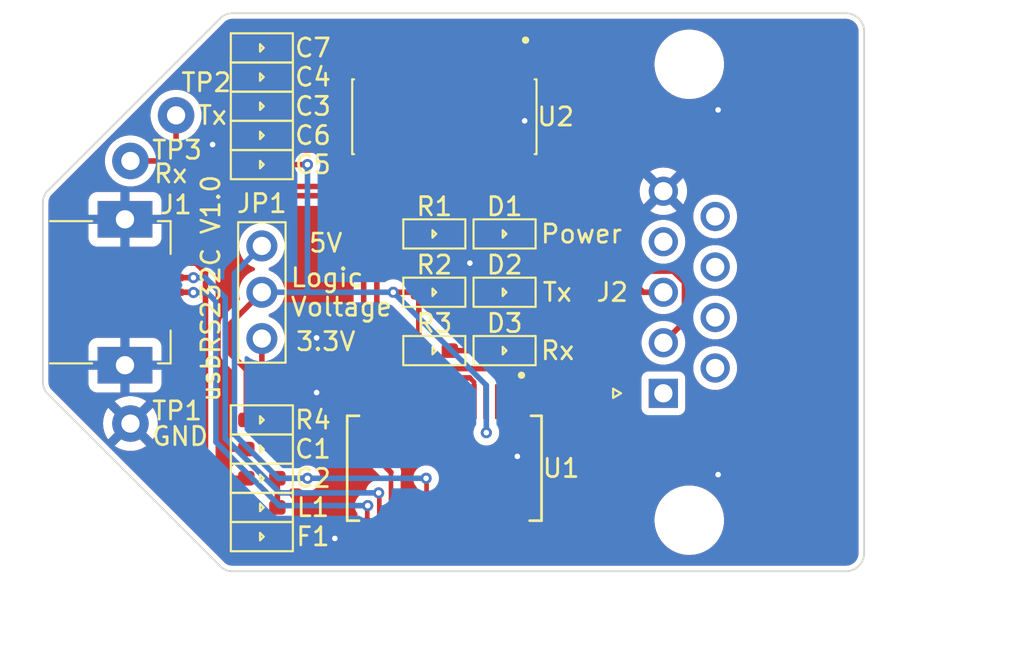
<source format=kicad_pcb>
(kicad_pcb (version 20221018) (generator pcbnew)
  (title_block (title "usbRS232C") (date "2023-03-18") (rev "V1.0") (company "https://github.com/KimiakiK"))
  (layers (0 "F.Cu" signal) (31 "B.Cu" signal) (34 "B.Paste" user) (35 "F.Paste" user) (36 "B.SilkS" user "B.Silkscreen") (37 "F.SilkS" user "F.Silkscreen") (38 "B.Mask" user) (39 "F.Mask" user) (44 "Edge.Cuts" user))
  (net 0 "")
  (net 1 "GND")
  (net 2 "+3.3V")
  (net 3 "+5V")
  (net 4 "Net-(U2-C1+)")
  (net 5 "Net-(U2-C1-)")
  (net 6 "Net-(U2-C2+)")
  (net 7 "Net-(U2-C2-)")
  (net 8 "VCCIO")
  (net 9 "Net-(U2-V+)")
  (net 10 "Net-(U2-V-)")
  (net 11 "Net-(D1-A)")
  (net 12 "TXLED")
  (net 13 "Net-(D2-A)")
  (net 14 "RXLED")
  (net 15 "Net-(D3-A)")
  (net 16 "Net-(F1-Pad1)")
  (net 17 "Net-(J1-VBUS)")
  (net 18 "/USB_DM")
  (net 19 "/USB_D+")
  (net 22 "/RS232C_RXD")
  (net 23 "/RS232C_TXD")
  (net 29 "Net-(U1-CBUS3)")
  (net 30 "/LOGIC_TXD")
  (net 31 "/LOGIC_RXD")
  (footprint "usbRS232C:Jumper_3P" (layer "F.Cu") (at -10 -2.54)
    (fp_text reference "JP1" (at 0 -2.33) (layer "F.SilkS"))
    (fp_text value "VCCIO_Select")
    (pad "1" thru_hole circle (at 0 0) (size 1.7 1.7) (drill 1) (layers "*.Cu" "*.Mask") (net 3 "+5V"))
    (pad "2" thru_hole oval (at 0 2.54) (size 1.7 1.7) (drill 1) (layers "*.Cu" "*.Mask") (net 8 "VCCIO"))
    (pad "3" thru_hole oval (at 0 5.08) (size 1.7 1.7) (drill 1) (layers "*.Cu" "*.Mask") (net 2 "+3.3V"))
  )
  (footprint "usbRS232C:TestPoint_THTPad_2.0x2.0mm_Drill1.0mm" (layer "F.Cu") (at -17.2 7.2)
    (fp_text reference "TP1" (at 1.1 -0.7) (layer "F.SilkS") (effects (justify left)))
    (fp_text value "TestPoint")
    (pad "1" thru_hole circle (at 0 0) (size 2 2) (drill 1) (layers "*.Cu" "*.Mask") (net 1 "GND"))
  )
  (footprint "usbRS232C:1608Metric" (layer "F.Cu") (at -10 -8.6 180)
    (fp_text reference "C6" (at -2.8 0) (layer "F.SilkS"))
    (fp_text value "0.1uF")
    (pad "1" smd roundrect (at -0.85 0 180) (size 0.9 0.8) (layers "F.Cu" "F.Paste" "F.Mask") (net 9 "Net-(U2-V+)"))
    (pad "2" smd roundrect (at 0.85 0 180) (size 0.9 0.8) (layers "F.Cu" "F.Paste" "F.Mask") (net 1 "GND"))
  )
  (footprint "usbRS232C:SSOP-28_5.3x10.2mm_P0.65mm" (layer "F.Cu") (at 0 9.65 -90)
    (fp_text reference "U1" (at 0 -6.4 -180) (layer "F.SilkS"))
    (fp_text value "FT232RL")
    (pad "1" smd rect (at -3.65 -4.225 270) (size 1.9 0.3) (layers "F.Cu" "F.Paste" "F.Mask") (net 30 "/LOGIC_TXD"))
    (pad "2" smd rect (at -3.65 -3.575 270) (size 1.9 0.3) (layers "F.Cu" "F.Paste" "F.Mask"))
    (pad "3" smd rect (at -3.65 -2.925 270) (size 1.9 0.3) (layers "F.Cu" "F.Paste" "F.Mask"))
    (pad "4" smd rect (at -3.65 -2.275 270) (size 1.9 0.3) (layers "F.Cu" "F.Paste" "F.Mask") (net 8 "VCCIO"))
    (pad "5" smd rect (at -3.65 -1.625 270) (size 1.9 0.3) (layers "F.Cu" "F.Paste" "F.Mask") (net 31 "/LOGIC_RXD"))
    (pad "6" smd rect (at -3.65 -0.975 270) (size 1.9 0.3) (layers "F.Cu" "F.Paste" "F.Mask"))
    (pad "7" smd rect (at -3.65 -0.325 270) (size 1.9 0.3) (layers "F.Cu" "F.Paste" "F.Mask") (net 1 "GND"))
    (pad "8" smd rect (at -3.65 0.325 270) (size 1.9 0.3) (layers "F.Cu" "F.Paste" "F.Mask"))
    (pad "9" smd rect (at -3.65 0.975 270) (size 1.9 0.3) (layers "F.Cu" "F.Paste" "F.Mask"))
    (pad "10" smd rect (at -3.65 1.625 270) (size 1.9 0.3) (layers "F.Cu" "F.Paste" "F.Mask"))
    (pad "11" smd rect (at -3.65 2.275 270) (size 1.9 0.3) (layers "F.Cu" "F.Paste" "F.Mask"))
    (pad "12" smd rect (at -3.65 2.925 270) (size 1.9 0.3) (layers "F.Cu" "F.Paste" "F.Mask"))
    (pad "13" smd rect (at -3.65 3.575 270) (size 1.9 0.3) (layers "F.Cu" "F.Paste" "F.Mask"))
    (pad "14" smd rect (at -3.65 4.225 270) (size 1.9 0.3) (layers "F.Cu" "F.Paste" "F.Mask") (net 29 "Net-(U1-CBUS3)"))
    (pad "15" smd rect (at 3.65 4.225 270) (size 1.9 0.3) (layers "F.Cu" "F.Paste" "F.Mask") (net 19 "/USB_D+"))
    (pad "16" smd rect (at 3.65 3.575 270) (size 1.9 0.3) (layers "F.Cu" "F.Paste" "F.Mask") (net 18 "/USB_DM"))
    (pad "17" smd rect (at 3.65 2.925 270) (size 1.9 0.3) (layers "F.Cu" "F.Paste" "F.Mask") (net 2 "+3.3V"))
    (pad "18" smd rect (at 3.65 2.275 270) (size 1.9 0.3) (layers "F.Cu" "F.Paste" "F.Mask") (net 1 "GND"))
    (pad "19" smd rect (at 3.65 1.625 270) (size 1.9 0.3) (layers "F.Cu" "F.Paste" "F.Mask"))
    (pad "20" smd rect (at 3.65 0.975 270) (size 1.9 0.3) (layers "F.Cu" "F.Paste" "F.Mask") (net 3 "+5V"))
    (pad "21" smd rect (at 3.65 0.325 270) (size 1.9 0.3) (layers "F.Cu" "F.Paste" "F.Mask") (net 1 "GND"))
    (pad "22" smd rect (at 3.65 -0.325 270) (size 1.9 0.3) (layers "F.Cu" "F.Paste" "F.Mask") (net 14 "RXLED"))
    (pad "23" smd rect (at 3.65 -0.975 270) (size 1.9 0.3) (layers "F.Cu" "F.Paste" "F.Mask") (net 12 "TXLED"))
    (pad "24" smd rect (at 3.65 -1.625 270) (size 1.9 0.3) (layers "F.Cu" "F.Paste" "F.Mask"))
    (pad "25" smd rect (at 3.65 -2.275 270) (size 1.9 0.3) (layers "F.Cu" "F.Paste" "F.Mask") (net 1 "GND"))
    (pad "26" smd rect (at 3.65 -2.925 270) (size 1.9 0.3) (layers "F.Cu" "F.Paste" "F.Mask") (net 1 "GND"))
    (pad "27" smd rect (at 3.65 -3.575 270) (size 1.9 0.3) (layers "F.Cu" "F.Paste" "F.Mask"))
    (pad "28" smd rect (at 3.65 -4.225 270) (size 1.9 0.3) (layers "F.Cu" "F.Paste" "F.Mask"))
  )
  (footprint "usbRS232C:1608Metric" (layer "F.Cu") (at -10 -11.8 180)
    (fp_text reference "C4" (at -2.8 0) (layer "F.SilkS"))
    (fp_text value "0.1uF")
    (pad "1" smd roundrect (at -0.85 0 180) (size 0.9 0.8) (layers "F.Cu" "F.Paste" "F.Mask") (net 6 "Net-(U2-C2+)"))
    (pad "2" smd roundrect (at 0.85 0 180) (size 0.9 0.8) (layers "F.Cu" "F.Paste" "F.Mask") (net 7 "Net-(U2-C2-)"))
  )
  (footprint "usbRS232C:1608Metric" (layer "F.Cu") (at 3.3 -3.2 180)
    (fp_text reference "D1" (at 0 1.5) (layer "F.SilkS"))
    (fp_text value "POWER_LED")
    (pad "1" smd roundrect (at -0.85 0 180) (size 0.9 0.8) (layers "F.Cu" "F.Paste" "F.Mask") (net 1 "GND"))
    (pad "2" smd roundrect (at 0.85 0 180) (size 0.9 0.8) (layers "F.Cu" "F.Paste" "F.Mask") (net 11 "Net-(D1-A)"))
  )
  (footprint "usbRS232C:Mini USB UX60SC-MB-5ST" (layer "F.Cu") (at -22 0 -90)
    (fp_text reference "J1" (at -4.8 -7.3 -180) (layer "F.SilkS"))
    (fp_text value "USB_B_Mini")
    (pad "1" smd rect (at -1.6 -7 270) (size 0.4 1.4) (layers "F.Cu" "F.Paste" "F.Mask") (net 17 "Net-(J1-VBUS)"))
    (pad "2" smd rect (at -0.8 -7 270) (size 0.4 1.4) (layers "F.Cu" "F.Paste" "F.Mask") (net 18 "/USB_DM"))
    (pad "3" smd rect (at 0 -7 270) (size 0.4 1.4) (layers "F.Cu" "F.Paste" "F.Mask") (net 19 "/USB_D+"))
    (pad "4" smd rect (at 0.8 -7 270) (size 0.4 1.4) (layers "F.Cu" "F.Paste" "F.Mask"))
    (pad "5" smd rect (at 1.6 -7 270) (size 0.4 1.4) (layers "F.Cu" "F.Paste" "F.Mask") (net 1 "GND"))
    (pad "6" thru_hole rect (at -4 -4.5 90) (size 2 3) (drill 1) (layers "*.Cu" "*.Mask") (net 1 "GND"))
    (pad "6" thru_hole rect (at 4 -4.5 90) (size 2 3) (drill 1) (layers "*.Cu" "*.Mask") (net 1 "GND"))
  )
  (footprint "usbRS232C:1608Metric" (layer "F.Cu") (at -0.55 0 180)
    (fp_text reference "R2" (at 0 1.5) (layer "F.SilkS"))
    (fp_text value "R")
    (pad "1" smd roundrect (at -0.85 0 180) (size 0.9 0.8) (layers "F.Cu" "F.Paste" "F.Mask") (net 13 "Net-(D2-A)"))
    (pad "2" smd roundrect (at 0.85 0 180) (size 0.9 0.8) (layers "F.Cu" "F.Paste" "F.Mask") (net 8 "VCCIO"))
  )
  (footprint "usbRS232C:1608Metric" (layer "F.Cu") (at -10 10.2 180)
    (fp_text reference "C2" (at -2.8 0) (layer "F.SilkS"))
    (fp_text value "0.1uF")
    (pad "1" smd roundrect (at -0.85 0 180) (size 0.9 0.8) (layers "F.Cu" "F.Paste" "F.Mask") (net 3 "+5V"))
    (pad "2" smd roundrect (at 0.85 0 180) (size 0.9 0.8) (layers "F.Cu" "F.Paste" "F.Mask") (net 1 "GND"))
  )
  (footprint "usbRS232C:DSUB-9_Male_Horizontal_P2.77x2.84mm_EdgePinOffset7.70mm_Housed_MountingHolesOffset9.12mm" (layer "F.Cu") (at 12 5.54 90)
    (fp_text reference "J2" (at 5.54 -2.8 180) (layer "F.SilkS"))
    (fp_text value "D-Sub 9pin")
    (pad "" np_thru_hole circle (at -6.96 1.42 90) (size 3.2 3.2) (drill 3.2) (layers "*.Cu" "*.Mask"))
    (pad "" np_thru_hole circle (at 18.04 1.42 90) (size 3.2 3.2) (drill 3.2) (layers "*.Cu" "*.Mask"))
    (pad "1" thru_hole rect (at 0 0 90) (size 1.6 1.6) (drill 1) (layers "*.Cu" "*.Mask"))
    (pad "2" thru_hole circle (at 2.77 0 90) (size 1.6 1.6) (drill 1) (layers "*.Cu" "*.Mask") (net 22 "/RS232C_RXD"))
    (pad "3" thru_hole circle (at 5.54 0 90) (size 1.6 1.6) (drill 1) (layers "*.Cu" "*.Mask") (net 23 "/RS232C_TXD"))
    (pad "4" thru_hole circle (at 8.31 0 90) (size 1.6 1.6) (drill 1) (layers "*.Cu" "*.Mask"))
    (pad "5" thru_hole circle (at 11.08 0 90) (size 1.6 1.6) (drill 1) (layers "*.Cu" "*.Mask") (net 1 "GND"))
    (pad "6" thru_hole circle (at 1.385 2.84 90) (size 1.6 1.6) (drill 1) (layers "*.Cu" "*.Mask"))
    (pad "7" thru_hole circle (at 4.155 2.84 90) (size 1.6 1.6) (drill 1) (layers "*.Cu" "*.Mask"))
    (pad "8" thru_hole circle (at 6.925 2.84 90) (size 1.6 1.6) (drill 1) (layers "*.Cu" "*.Mask"))
    (pad "9" thru_hole circle (at 9.695 2.84 90) (size 1.6 1.6) (drill 1) (layers "*.Cu" "*.Mask"))
  )
  (footprint "usbRS232C:1608Metric" (layer "F.Cu") (at -10 13.4 180)
    (fp_text reference "F1" (at -2.8 0) (layer "F.SilkS"))
    (fp_text value "Polyfuse")
    (pad "1" smd roundrect (at -0.85 0 180) (size 0.9 0.8) (layers "F.Cu" "F.Paste" "F.Mask") (net 16 "Net-(F1-Pad1)"))
    (pad "2" smd roundrect (at 0.85 0 180) (size 0.9 0.8) (layers "F.Cu" "F.Paste" "F.Mask") (net 17 "Net-(J1-VBUS)"))
  )
  (footprint "usbRS232C:1608Metric" (layer "F.Cu") (at -10 8.6 180)
    (fp_text reference "C1" (at -2.8 0) (layer "F.SilkS"))
    (fp_text value "0.1uF")
    (pad "1" smd roundrect (at -0.85 0 180) (size 0.9 0.8) (layers "F.Cu" "F.Paste" "F.Mask") (net 2 "+3.3V"))
    (pad "2" smd roundrect (at 0.85 0 180) (size 0.9 0.8) (layers "F.Cu" "F.Paste" "F.Mask") (net 1 "GND"))
  )
  (footprint "usbRS232C:1608Metric" (layer "F.Cu") (at -0.55 3.2 180)
    (fp_text reference "R3" (at 0 1.5) (layer "F.SilkS"))
    (fp_text value "R")
    (pad "1" smd roundrect (at -0.85 0 180) (size 0.9 0.8) (layers "F.Cu" "F.Paste" "F.Mask") (net 15 "Net-(D3-A)"))
    (pad "2" smd roundrect (at 0.85 0 180) (size 0.9 0.8) (layers "F.Cu" "F.Paste" "F.Mask") (net 8 "VCCIO"))
  )
  (footprint "usbRS232C:TestPoint_THTPad_2.0x2.0mm_Drill1.0mm" (layer "F.Cu") (at -17.2 -7.2)
    (fp_text reference "TP3" (at 1.1 -0.6) (layer "F.SilkS") (effects (justify left)))
    (fp_text value "TestPoint")
    (pad "1" thru_hole circle (at 0 0) (size 2 2) (drill 1) (layers "*.Cu" "*.Mask") (net 31 "/LOGIC_RXD"))
  )
  (footprint "usbRS232C:1608Metric" (layer "F.Cu") (at 3.3 0 180)
    (fp_text reference "D2" (at 0 1.5) (layer "F.SilkS"))
    (fp_text value "TX_LED")
    (pad "1" smd roundrect (at -0.85 0 180) (size 0.9 0.8) (layers "F.Cu" "F.Paste" "F.Mask") (net 12 "TXLED"))
    (pad "2" smd roundrect (at 0.85 0 180) (size 0.9 0.8) (layers "F.Cu" "F.Paste" "F.Mask") (net 13 "Net-(D2-A)"))
  )
  (footprint "usbRS232C:1608Metric" (layer "F.Cu") (at -10 -10.2 180)
    (fp_text reference "C3" (at -2.8 0) (layer "F.SilkS"))
    (fp_text value "0.1uF")
    (pad "1" smd roundrect (at -0.85 0 180) (size 0.9 0.8) (layers "F.Cu" "F.Paste" "F.Mask") (net 4 "Net-(U2-C1+)"))
    (pad "2" smd roundrect (at 0.85 0 180) (size 0.9 0.8) (layers "F.Cu" "F.Paste" "F.Mask") (net 5 "Net-(U2-C1-)"))
  )
  (footprint "usbRS232C:1608Metric" (layer "F.Cu") (at -10 7 180)
    (fp_text reference "R4" (at -2.8 0) (layer "F.SilkS"))
    (fp_text value "10k")
    (pad "1" smd roundrect (at -0.85 0 180) (size 0.9 0.8) (layers "F.Cu" "F.Paste" "F.Mask") (net 29 "Net-(U1-CBUS3)"))
    (pad "2" smd roundrect (at 0.85 0 180) (size 0.9 0.8) (layers "F.Cu" "F.Paste" "F.Mask") (net 8 "VCCIO"))
  )
  (footprint "usbRS232C:TestPoint_THTPad_2.0x2.0mm_Drill1.0mm" (layer "F.Cu") (at -14.7 -9.7)
    (fp_text reference "TP2" (at 0.2 -1.8) (layer "F.SilkS") (effects (justify left)))
    (fp_text value "TestPoint")
    (pad "1" thru_hole circle (at 0 0) (size 2 2) (drill 1) (layers "*.Cu" "*.Mask") (net 30 "/LOGIC_TXD"))
  )
  (footprint "usbRS232C:1608Metric" (layer "F.Cu") (at -10 -13.4 180)
    (fp_text reference "C7" (at -2.8 0) (layer "F.SilkS"))
    (fp_text value "0.1uF")
    (pad "1" smd roundrect (at -0.85 0 180) (size 0.9 0.8) (layers "F.Cu" "F.Paste" "F.Mask") (net 10 "Net-(U2-V-)"))
    (pad "2" smd roundrect (at 0.85 0 180) (size 0.9 0.8) (layers "F.Cu" "F.Paste" "F.Mask") (net 1 "GND"))
  )
  (footprint "usbRS232C:SOIC-16_3.9x9.9mm_P1.27mm" (layer "F.Cu") (at 0 -9.625 -90)
    (fp_text reference "U2" (at 0 -6.1 -180) (layer "F.SilkS"))
    (fp_text value "ADM3202")
    (pad "1" smd rect (at -2.8 -4.445 270) (size 1.7 0.45) (layers "F.Cu" "F.Paste" "F.Mask") (net 4 "Net-(U2-C1+)"))
    (pad "2" smd rect (at -2.8 -3.175 270) (size 1.7 0.45) (layers "F.Cu" "F.Paste" "F.Mask") (net 9 "Net-(U2-V+)"))
    (pad "3" smd rect (at -2.8 -1.905 270) (size 1.7 0.45) (layers "F.Cu" "F.Paste" "F.Mask") (net 5 "Net-(U2-C1-)"))
    (pad "4" smd rect (at -2.8 -0.635 270) (size 1.7 0.45) (layers "F.Cu" "F.Paste" "F.Mask") (net 6 "Net-(U2-C2+)"))
    (pad "5" smd rect (at -2.8 0.635 270) (size 1.7 0.45) (layers "F.Cu" "F.Paste" "F.Mask") (net 7 "Net-(U2-C2-)"))
    (pad "6" smd rect (at -2.8 1.905 270) (size 1.7 0.45) (layers "F.Cu" "F.Paste" "F.Mask") (net 10 "Net-(U2-V-)"))
    (pad "7" smd rect (at -2.8 3.175 270) (size 1.7 0.45) (layers "F.Cu" "F.Paste" "F.Mask") (net 23 "/RS232C_TXD"))
    (pad "8" smd rect (at -2.8 4.445 270) (size 1.7 0.45) (layers "F.Cu" "F.Paste" "F.Mask") (net 22 "/RS232C_RXD"))
    (pad "9" smd rect (at 2.8 4.42 270) (size 1.7 0.45) (layers "F.Cu" "F.Paste" "F.Mask") (net 31 "/LOGIC_RXD"))
    (pad "10" smd rect (at 2.8 3.15 270) (size 1.7 0.45) (layers "F.Cu" "F.Paste" "F.Mask") (net 30 "/LOGIC_TXD"))
    (pad "11" smd rect (at 2.8 1.88 270) (size 1.7 0.45) (layers "F.Cu" "F.Paste" "F.Mask"))
    (pad "12" smd rect (at 2.8 0.61 270) (size 1.7 0.45) (layers "F.Cu" "F.Paste" "F.Mask"))
    (pad "13" smd rect (at 2.8 -0.66 270) (size 1.7 0.45) (layers "F.Cu" "F.Paste" "F.Mask"))
    (pad "14" smd rect (at 2.8 -1.93 270) (size 1.7 0.45) (layers "F.Cu" "F.Paste" "F.Mask"))
    (pad "15" smd rect (at 2.8 -3.2 270) (size 1.7 0.45) (layers "F.Cu" "F.Paste" "F.Mask") (net 1 "GND"))
    (pad "16" smd rect (at 2.8 -4.47 270) (size 1.7 0.45) (layers "F.Cu" "F.Paste" "F.Mask") (net 8 "VCCIO"))
  )
  (footprint "usbRS232C:1608Metric" (layer "F.Cu") (at -0.55 -3.2 180)
    (fp_text reference "R1" (at 0 1.5) (layer "F.SilkS"))
    (fp_text value "R")
    (pad "1" smd roundrect (at -0.85 0 180) (size 0.9 0.8) (layers "F.Cu" "F.Paste" "F.Mask") (net 11 "Net-(D1-A)"))
    (pad "2" smd roundrect (at 0.85 0 180) (size 0.9 0.8) (layers "F.Cu" "F.Paste" "F.Mask") (net 8 "VCCIO"))
  )
  (footprint "usbRS232C:1608Metric" (layer "F.Cu") (at 3.3 3.2 180)
    (fp_text reference "D3" (at 0 1.5) (layer "F.SilkS"))
    (fp_text value "RX_LED")
    (pad "1" smd roundrect (at -0.85 0 180) (size 0.9 0.8) (layers "F.Cu" "F.Paste" "F.Mask") (net 14 "RXLED"))
    (pad "2" smd roundrect (at 0.85 0 180) (size 0.9 0.8) (layers "F.Cu" "F.Paste" "F.Mask") (net 15 "Net-(D3-A)"))
  )
  (footprint "usbRS232C:1608Metric" (layer "F.Cu") (at -10 11.8 180)
    (fp_text reference "L1" (at -2.8 0) (layer "F.SilkS"))
    (fp_text value "FerriteBead")
    (pad "1" smd roundrect (at -0.85 0 180) (size 0.9 0.8) (layers "F.Cu" "F.Paste" "F.Mask") (net 3 "+5V"))
    (pad "2" smd roundrect (at 0.85 0 180) (size 0.9 0.8) (layers "F.Cu" "F.Paste" "F.Mask") (net 16 "Net-(F1-Pad1)"))
  )
  (footprint "usbRS232C:1608Metric" (layer "F.Cu") (at -10 -7 180)
    (fp_text reference "C5" (at -2.8 0) (layer "F.SilkS"))
    (fp_text value "0.1uF")
    (pad "1" smd roundrect (at -0.85 0 180) (size 0.9 0.8) (layers "F.Cu" "F.Paste" "F.Mask") (net 8 "VCCIO"))
    (pad "2" smd roundrect (at 0.85 0 180) (size 0.9 0.8) (layers "F.Cu" "F.Paste" "F.Mask") (net 1 "GND"))
  )
  (gr_line (start 22 15.3) (end -11.6 15.3) (stroke (width 0.1)) (layer "Edge.Cuts"))
  (gr_line (start -22 -4.9) (end -22 4.9) (stroke (width 0.1)) (layer "Edge.Cuts"))
  (gr_line (start 22 -15.3) (end -11.6 -15.3) (stroke (width 0.1)) (layer "Edge.Cuts"))
  (gr_line (start -21.8 5.5) (end -12.2 15.1) (stroke (width 0.1)) (layer "Edge.Cuts"))
  (gr_arc (start -11.6 15.3) (mid -11.916228 15.248683) (end -12.2 15.1) (stroke (width 0.1)) (layer "Edge.Cuts"))
  (gr_arc (start -21.8 5.5) (mid -21.948683 5.216228) (end -22 4.9) (stroke (width 0.1)) (layer "Edge.Cuts"))
  (gr_arc (start -22 -4.9) (mid -21.948683 -5.216228) (end -21.8 -5.5) (stroke (width 0.1)) (layer "Edge.Cuts"))
  (gr_line (start 23 -14.3) (end 23 14.3) (stroke (width 0.1)) (layer "Edge.Cuts"))
  (gr_arc (start 23 14.3) (mid 22.707107 15.007107) (end 22 15.3) (stroke (width 0.1)) (layer "Edge.Cuts"))
  (gr_arc (start -12.2 -15.1) (mid -11.916228 -15.248683) (end -11.6 -15.3) (stroke (width 0.1)) (layer "Edge.Cuts"))
  (gr_line (start -21.8 -5.5) (end -12.2 -15.1) (stroke (width 0.1)) (layer "Edge.Cuts"))
  (gr_arc (start 22 -15.3) (mid 22.707107 -15.007107) (end 23 -14.3) (stroke (width 0.1)) (layer "Edge.Cuts"))
  (gr_text "Rx" (at -16 -6.5) (layer "F.SilkS") (effects (font (size 1 1)) (justify left)))
  (gr_text "Logic\nVoltage" (at -8.5 0) (layer "F.SilkS") (effects (font (size 1 1)) (justify left)))
  (gr_text "3.3V" (at -6.5 2.7) (layer "F.SilkS") (effects (font (size 1 1))))
  (gr_text "GND" (at -16.1 7.9) (layer "F.SilkS") (effects (font (size 1 1)) (justify left)))
  (gr_text "5V" (at -6.5 -2.7) (layer "F.SilkS") (effects (font (size 1 1))))
  (gr_text "Tx" (at -13.6 -9.7) (layer "F.SilkS") (effects (font (size 1 1)) (justify left)))
  (gr_text "Rx" (at 5.2 3.2) (layer "F.SilkS") (effects (font (size 1 1)) (justify left)))
  (gr_text "Tx" (at 5.3 0) (layer "F.SilkS") (effects (font (size 1 1)) (justify left)))
  (gr_text "usbRS232C V1.0" (at -12.8 6.1 90) (layer "F.SilkS") (effects (font (size 1 1)) (justify left)))
  (gr_text "Power" (at 5.2 -3.2) (layer "F.SilkS") (effects (font (size 1 1)) (justify left)))
  (segment (start -13.8 1.9) (end -13.8 2.25) (width 0.3048) (layer "F.Cu") (net 1))
  (segment (start -10.85 -8.6) (end -12.1 -8.6) (width 0.3048) (layer "F.Cu") (net 1))
  (segment (start 4.15 -3.2) (end 5.35 -3.2) (width 0.3048) (layer "F.Cu") (net 1))
  (segment (start -0.325 13.3) (end -0.325 14.75) (width 0.254) (layer "F.Cu") (net 1))
  (segment (start -4.725 14.75) (end -2.275 14.75) (width 0.254) (layer "F.Cu") (net 1))
  (segment (start -14.1 1.6) (end -13.8 1.9) (width 0.3048) (layer "F.Cu") (net 1))
  (segment (start 2.275 13.3) (end 2.275 14.75) (width 0.254) (layer "F.Cu") (net 1))
  (segment (start -2.275 13.3) (end -2.275 14.75) (width 0.254) (layer "F.Cu") (net 1))
  (segment (start -2.275 14.75) (end 4.825 14.75) (width 0.254) (layer "F.Cu") (net 1))
  (segment (start -10.85 -13.4) (end -12.1 -13.4) (width 0.3048) (layer "F.Cu") (net 1))
  (segment (start -10.85 8.6) (end -12.025 8.6) (width 0.3048) (layer "F.Cu") (net 1))
  (segment (start -15 1.6) (end -14.1 1.6) (width 0.3048) (layer "F.Cu") (net 1))
  (segment (start 3.2 -6.825) (end 3.2 -8.45) (width 0.3048) (layer "F.Cu") (net 1))
  (segment (start -10.85 -7) (end -12.1 -7) (width 0.3048) (layer "F.Cu") (net 1))
  (segment (start 2.925 13.3) (end 2.925 14.75) (width 0.254) (layer "F.Cu") (net 1))
  (segment (start 0.325 6) (end 0.325 7.5) (width 0.254) (layer "F.Cu") (net 1))
  (segment (start -10.85 10.2) (end -12.025 10.2) (width 0.3048) (layer "F.Cu") (net 1))
  (via (at 4 9) (size 0.6096) (drill 0.3048) (layers "F.Cu" "B.Cu") (net 1))
  (via (at 15 10) (size 0.6096) (drill 0.3048) (layers "F.Cu" "B.Cu") (net 1))
  (via (at 15 -10) (size 0.6096) (drill 0.3048) (layers "F.Cu" "B.Cu") (net 1))
  (via (at -7 5.5) (size 0.6096) (drill 0.3048) (layers "F.Cu" "B.Cu") (net 1))
  (via (at 1.4 -1.6) (size 0.6096) (drill 0.3048) (layers "F.Cu" "B.Cu") (net 1))
  (via (at -6 13.5) (size 0.6096) (drill 0.3048) (layers "F.Cu" "B.Cu") (net 1))
  (via (at -7 2.5) (size 0.6096) (drill 0.3048) (layers "F.Cu" "B.Cu") (net 1))
  (via (at 4.4 -9.4) (size 0.6096) (drill 0.3048) (layers "F.Cu" "B.Cu") (net 1))
  (via (at -12.7 -8.1) (size 0.6096) (drill 0.3048) (layers "F.Cu" "B.Cu") (net 1))
  (segment (start -2.925 13.3) (end -2.925 9.875) (width 0.254) (layer "F.Cu") (net 2))
  (segment (start -9.15 8.6) (end -9.7 8.6) (width 0.3048) (layer "F.Cu") (net 2))
  (segment (start -4.2 8.6) (end -2.925 9.875) (width 0.3048) (layer "F.Cu") (net 2))
  (segment (start -9.7 8.6) (end -10 8.3) (width 0.3048) (layer "F.Cu") (net 2))
  (segment (start -9.15 8.6) (end -4.2 8.6) (width 0.3048) (layer "F.Cu") (net 2))
  (segment (start -10 8.3) (end -10 2.54) (width 0.3048) (layer "F.Cu") (net 2))
  (segment (start -0.975 10.225) (end -1 10.2) (width 0.254) (layer "F.Cu") (net 3))
  (segment (start -9.15 11.8) (end -9.15 10.2) (width 0.3048) (layer "F.Cu") (net 3))
  (segment (start -9.15 10.2) (end -7.5 10.2) (width 0.3048) (layer "F.Cu") (net 3))
  (segment (start -0.975 13.3) (end -0.975 10.225) (width 0.254) (layer "F.Cu") (net 3))
  (via (at -7.5 10.2) (size 0.6096) (drill 0.3048) (layers "F.Cu" "B.Cu") (net 3))
  (via (at -1 10.2) (size 0.6096) (drill 0.3048) (layers "F.Cu" "B.Cu") (net 3))
  (segment (start -9.1 10.2) (end -7.5 10.2) (width 0.3048) (layer "B.Cu") (net 3))
  (segment (start -7.5 10.2) (end -1 10.2) (width 0.3048) (layer "B.Cu") (net 3))
  (segment (start -11.5 -1.04) (end -11.5 7.8) (width 0.3048) (layer "B.Cu") (net 3))
  (segment (start -10 -2.54) (end -11.5 -1.04) (width 0.3048) (layer "B.Cu") (net 3))
  (segment (start -11.5 7.8) (end -9.1 10.2) (width 0.3048) (layer "B.Cu") (net 3))
  (segment (start -9.585737 -9.4) (end -9.9556 -9.030137) (width 0.3048) (layer "F.Cu") (net 4))
  (segment (start -9.585737 -7.8) (end -6.58158 -7.8) (width 0.3048) (layer "F.Cu") (net 4))
  (segment (start -6.58158 -7.8) (end -5.78958 -8.592) (width 0.3048) (layer "F.Cu") (net 4))
  (segment (start -9.4 -9.4) (end -9.585737 -9.4) (width 0.3048) (layer "F.Cu") (net 4))
  (segment (start -5.78958 -8.592) (end 1.892 -8.592) (width 0.3048) (layer "F.Cu") (net 4))
  (segment (start 1.892 -8.592) (end 4.445 -11.145) (width 0.3048) (layer "F.Cu") (net 4))
  (segment (start -9.9556 -9.030137) (end -9.9556 -8.169863) (width 0.3048) (layer "F.Cu") (net 4))
  (segment (start -9.15 -10.2) (end -9.15 -9.65) (width 0.3048) (layer "F.Cu") (net 4))
  (segment (start -9.9556 -8.169863) (end -9.585737 -7.8) (width 0.3048) (layer "F.Cu") (net 4))
  (segment (start -9.15 -9.65) (end -9.4 -9.4) (width 0.3048) (layer "F.Cu") (net 4))
  (segment (start 4.445 -11.145) (end 4.445 -12.425) (width 0.3048) (layer "F.Cu") (net 4))
  (segment (start 0.276 -9.676) (end 1.905 -11.305) (width 0.3048) (layer "F.Cu") (net 5))
  (segment (start -10.85 -10.75) (end -10.6 -11) (width 0.3048) (layer "F.Cu") (net 5))
  (segment (start -10.85 -10.2) (end -10.85 -10.75) (width 0.3048) (layer "F.Cu") (net 5))
  (segment (start 1.905 -11.305) (end 1.905 -12.425) (width 0.3048) (layer "F.Cu") (net 5))
  (segment (start -10.6 -11) (end -6.96146 -11) (width 0.3048) (layer "F.Cu") (net 5))
  (segment (start -6.96146 -11) (end -5.63746 -9.676) (width 0.3048) (layer "F.Cu") (net 5))
  (segment (start -5.63746 -9.676) (end 0.276 -9.676) (width 0.3048) (layer "F.Cu") (net 5))
  (segment (start -0.316 -10.184) (end 0.635 -11.135) (width 0.3048) (layer "F.Cu") (net 6))
  (segment (start -7.04304 -11.8) (end -5.42704 -10.184) (width 0.3048) (layer "F.Cu") (net 6))
  (segment (start -5.42704 -10.184) (end -0.316 -10.184) (width 0.3048) (layer "F.Cu") (net 6))
  (segment (start -9.15 -11.8) (end -7.04304 -11.8) (width 0.3048) (layer "F.Cu") (net 6))
  (segment (start 0.635 -11.135) (end 0.635 -12.425) (width 0.3048) (layer "F.Cu") (net 6))
  (segment (start -7.16902 -12.6444) (end -5.21662 -10.692) (width 0.3048) (layer "F.Cu") (net 7))
  (segment (start -10.85 -12.35) (end -10.5556 -12.6444) (width 0.3048) (layer "F.Cu") (net 7))
  (segment (start -5.21662 -10.692) (end -1.108 -10.692) (width 0.3048) (layer "F.Cu") (net 7))
  (segment (start -10.85 -11.8) (end -10.85 -12.35) (width 0.3048) (layer "F.Cu") (net 7))
  (segment (start -1.108 -10.692) (end -0.635 -11.165) (width 0.3048) (layer "F.Cu") (net 7))
  (segment (start -10.5556 -12.6444) (end -7.16902 -12.6444) (width 0.3048) (layer "F.Cu") (net 7))
  (segment (start -0.635 -11.165) (end -0.635 -12.425) (width 0.3048) (layer "F.Cu") (net 7))
  (segment (start -10.85 4.25) (end -11.7 3.4) (width 0.3048) (layer "F.Cu") (net 8))
  (segment (start -9.15 -7) (end -7.5 -7) (width 0.3048) (layer "F.Cu") (net 8))
  (segment (start -11.7 1.7) (end -10 0) (width 0.3048) (layer "F.Cu") (net 8))
  (segment (start -1.4 0) (end -2.8 0) (width 0.3048) (layer "F.Cu") (net 8))
  (segment (start -0.7 -4.9) (end -1.4 -4.2) (width 0.3048) (layer "F.Cu") (net 8))
  (segment (start 4.47 -6.825) (end 4.47 -5.47) (width 0.3048) (layer "F.Cu") (net 8))
  (segment (start 3.9 -4.9) (end -0.7 -4.9) (width 0.3048) (layer "F.Cu") (net 8))
  (segment (start -11.7 3.4) (end -11.7 1.7) (width 0.3048) (layer "F.Cu") (net 8))
  (segment (start -1.4 -4.2) (end -1.4 -3.2) (width 0.3048) (layer "F.Cu") (net 8))
  (segment (start -10.85 7) (end -10.85 4.25) (width 0.3048) (layer "F.Cu") (net 8))
  (segment (start 2.275 7.675) (end 2.3 7.7) (width 0.254) (layer "F.Cu") (net 8))
  (segment (start 2.275 6) (end 2.275 7.675) (width 0.254) (layer "F.Cu") (net 8))
  (segment (start -1.4 -3.2) (end -1.4 3.2) (width 0.3048) (layer "F.Cu") (net 8))
  (segment (start 4.47 -5.47) (end 3.9 -4.9) (width 0.3048) (layer "F.Cu") (net 8))
  (via (at -2.8 0) (size 0.6096) (drill 0.3048) (layers "F.Cu" "B.Cu") (net 8))
  (via (at -7.5 -7) (size 0.6096) (drill 0.3048) (layers "F.Cu" "B.Cu") (net 8))
  (via (at 2.3 7.7) (size 0.6096) (drill 0.3048) (layers "F.Cu" "B.Cu") (net 8))
  (segment (start -10 0) (end -7.5 0) (width 0.3048) (layer "B.Cu") (net 8))
  (segment (start -7.5 -7) (end -7.5 0) (width 0.3048) (layer "B.Cu") (net 8))
  (segment (start -7.5 0) (end -2.8 0) (width 0.3048) (layer "B.Cu") (net 8))
  (segment (start 2.3 5.1) (end 2.3 7.7) (width 0.3048) (layer "B.Cu") (net 8))
  (segment (start -2.8 0) (end 2.3 5.1) (width 0.3048) (layer "B.Cu") (net 8))
  (segment (start -6 -9.1) (end 1.1 -9.1) (width 0.3048) (layer "F.Cu") (net 9))
  (segment (start -6.5 -8.6) (end -6 -9.1) (width 0.3048) (layer "F.Cu") (net 9))
  (segment (start 3.175 -11.175) (end 3.175 -12.425) (width 0.3048) (layer "F.Cu") (net 9))
  (segment (start 1.1 -9.1) (end 3.175 -11.175) (width 0.3048) (layer "F.Cu") (net 9))
  (segment (start -9.15 -8.6) (end -6.5 -8.6) (width 0.3048) (layer "F.Cu") (net 9))
  (segment (start -7.2062 -13.4) (end -5.0062 -11.2) (width 0.3048) (layer "F.Cu") (net 10))
  (segment (start -2.1 -11.2) (end -1.905 -11.395) (width 0.3048) (layer "F.Cu") (net 10))
  (segment (start -1.905 -11.395) (end -1.905 -12.425) (width 0.3048) (layer "F.Cu") (net 10))
  (segment (start -5.0062 -11.2) (end -2.1 -11.2) (width 0.3048) (layer "F.Cu") (net 10))
  (segment (start -9.15 -13.4) (end -7.2062 -13.4) (width 0.3048) (layer "F.Cu") (net 10))
  (segment (start 0.3 -3.2) (end 2.45 -3.2) (width 0.3048) (layer "F.Cu") (net 11))
  (segment (start 5.4 0) (end 4.15 0) (width 0.3048) (layer "F.Cu") (net 12))
  (segment (start 5.808 0.408) (end 5.4 0) (width 0.3048) (layer "F.Cu") (net 12))
  (segment (start 1.21042 11.108) (end 5.01042 11.108) (width 0.3048) (layer "F.Cu") (net 12))
  (segment (start 0.975 13.3) (end 0.975 11.34342) (width 0.254) (layer "F.Cu") (net 12))
  (segment (start 0.975 11.34342) (end 1.21042 11.108) (width 0.3048) (layer "F.Cu") (net 12))
  (segment (start 5.01042 11.108) (end 5.808 10.31042) (width 0.3048) (layer "F.Cu") (net 12))
  (segment (start 5.808 10.31042) (end 5.808 0.408) (width 0.3048) (layer "F.Cu") (net 12))
  (segment (start 0.3 0) (end 2.45 0) (width 0.3048) (layer "F.Cu") (net 13))
  (segment (start 5.3 10.1) (end 4.8 10.6) (width 0.3048) (layer "F.Cu") (net 14))
  (segment (start 4.8 10.6) (end 1 10.6) (width 0.3048) (layer "F.Cu") (net 14))
  (segment (start 5.3 3.5) (end 5.3 10.1) (width 0.3048) (layer "F.Cu") (net 14))
  (segment (start 0.325 13.3) (end 0.325 11.275) (width 0.254) (layer "F.Cu") (net 14))
  (segment (start 1 10.6) (end 0.325 11.275) (width 0.3048) (layer "F.Cu") (net 14))
  (segment (start 4.15 3.2) (end 5 3.2) (width 0.3048) (layer "F.Cu") (net 14))
  (segment (start 5 3.2) (end 5.3 3.5) (width 0.3048) (layer "F.Cu") (net 14))
  (segment (start 2.45 3.2) (end 0.3 3.2) (width 0.3048) (layer "F.Cu") (net 15))
  (segment (start -9.15 13.4) (end -9.15 12.75) (width 0.3048) (layer "F.Cu") (net 16))
  (segment (start -10.7 12.6) (end -9.3 12.6) (width 0.3048) (layer "F.Cu") (net 16))
  (segment (start -10.85 12.45) (end -10.7 12.6) (width 0.3048) (layer "F.Cu") (net 16))
  (segment (start -9.15 12.75) (end -9.3 12.6) (width 0.3048) (layer "F.Cu") (net 16))
  (segment (start -10.85 11.8) (end -10.85 12.45) (width 0.3048) (layer "F.Cu") (net 16))
  (segment (start -11.65 13.4) (end -10.85 13.4) (width 0.3048) (layer "F.Cu") (net 17))
  (segment (start -13.1 11.95) (end -11.65 13.4) (width 0.3048) (layer "F.Cu") (net 17))
  (segment (start -13.0896 10.2896) (end -13.1 10.3) (width 0.3048) (layer "F.Cu") (net 17))
  (segment (start -13.0896 -1.073547) (end -13.0896 10.2896) (width 0.3048) (layer "F.Cu") (net 17))
  (segment (start -13.616053 -1.6) (end -13.0896 -1.073547) (width 0.3048) (layer "F.Cu") (net 17))
  (segment (start -15 -1.6) (end -13.616053 -1.6) (width 0.3048) (layer "F.Cu") (net 17))
  (segment (start -13.1 10.3) (end -13.1 11.95) (width 0.3048) (layer "F.Cu") (net 17))
  (segment (start -3.565 11.035) (end -3.6 11) (width 0.254) (layer "F.Cu") (net 18))
  (segment (start -3.565 13.29) (end -3.565 11.035) (width 0.254) (layer "F.Cu") (net 18))
  (segment (start -3.575 13.3) (end -3.565 13.29) (width 0.254) (layer "F.Cu") (net 18))
  (segment (start -15 -0.8) (end -13.75 -0.8) (width 0.3048) (layer "F.Cu") (net 18))
  (via (at -13.75 -0.8) (size 0.6096) (drill 0.3048) (layers "F.Cu" "B.Cu") (net 18))
  (via (at -3.6 11) (size 0.6096) (drill 0.3048) (layers "F.Cu" "B.Cu") (net 18))
  (segment (start -13.1 -0.8) (end -12.007999 0.292001) (width 0.3048) (layer "B.Cu") (net 18))
  (segment (start -9.01842 11) (end -3.6 11) (width 0.3048) (layer "B.Cu") (net 18))
  (segment (start -12.007999 0.292001) (end -12.007999 8.010421) (width 0.3048) (layer "B.Cu") (net 18))
  (segment (start -12.007999 8.010421) (end -9.01842 11) (width 0.3048) (layer "B.Cu") (net 18))
  (segment (start -13.75 -0.8) (end -13.1 -0.8) (width 0.3048) (layer "B.Cu") (net 18))
  (segment (start -13.762303 0) (end -13.75 0.012303) (width 0.3048) (layer "F.Cu") (net 19))
  (segment (start -4.225 11.725) (end -4.2 11.7) (width 0.254) (layer "F.Cu") (net 19))
  (segment (start -4.225 13.3) (end -4.225 11.725) (width 0.254) (layer "F.Cu") (net 19))
  (segment (start -15 0) (end -13.762303 0) (width 0.3048) (layer "F.Cu") (net 19))
  (via (at -4.2 11.7) (size 0.6096) (drill 0.3048) (layers "F.Cu" "B.Cu") (net 19))
  (via (at -13.75 0.012303) (size 0.6096) (drill 0.3048) (layers "F.Cu" "B.Cu") (net 19))
  (segment (start -12.515999 8.220841) (end -9.03684 11.7) (width 0.3048) (layer "B.Cu") (net 19))
  (segment (start -9.03684 11.7) (end -4.2 11.7) (width 0.3048) (layer "B.Cu") (net 19))
  (segment (start -12.515999 0.502421) (end -12.515999 8.220841) (width 0.3048) (layer "B.Cu") (net 19))
  (segment (start -13.75 0.012303) (end -13.006117 0.012303) (width 0.3048) (layer "B.Cu") (net 19))
  (segment (start -13.006117 0.012303) (end -12.515999 0.502421) (width 0.3048) (layer "B.Cu") (net 19))
  (segment (start 5.079821 -14.138599) (end 9.208 -10.01042) (width 0.3048) (layer "F.Cu") (net 22))
  (segment (start 10.46282 -1.1556) (end 12.5444 -1.1556) (width 0.3048) (layer "F.Cu") (net 22))
  (segment (start 9.208 -10.01042) (end 9.208 -2.41042) (width 0.3048) (layer "F.Cu") (net 22))
  (segment (start -4.445 -12.425) (end -4.445 -13.455) (width 0.3048) (layer "F.Cu") (net 22))
  (segment (start 9.208 -2.41042) (end 10.46282 -1.1556) (width 0.3048) (layer "F.Cu") (net 22))
  (segment (start 12.5444 -1.1556) (end 13.1556 -0.5444) (width 0.3048) (layer "F.Cu") (net 22))
  (segment (start 13.1556 -0.5444) (end 13.1556 1.6144) (width 0.3048) (layer "F.Cu") (net 22))
  (segment (start -3.761401 -14.138599) (end 5.079821 -14.138599) (width 0.3048) (layer "F.Cu") (net 22))
  (segment (start 13.1556 1.6144) (end 12 2.77) (width 0.3048) (layer "F.Cu") (net 22))
  (segment (start -4.445 -13.455) (end -3.761401 -14.138599) (width 0.3048) (layer "F.Cu") (net 22))
  (segment (start 8.7 -9.8) (end 8.7 -2.2) (width 0.3048) (layer "F.Cu") (net 23))
  (segment (start 10.9 0) (end 12 0) (width 0.3048) (layer "F.Cu") (net 23))
  (segment (start -3.175 -12.425) (end -3.175 -13.425) (width 0.3048) (layer "F.Cu") (net 23))
  (segment (start 4.8694 -13.6306) (end 8.7 -9.8) (width 0.3048) (layer "F.Cu") (net 23))
  (segment (start 8.7 -2.2) (end 10.9 0) (width 0.3048) (layer "F.Cu") (net 23))
  (segment (start -2.9694 -13.6306) (end 4.8694 -13.6306) (width 0.3048) (layer "F.Cu") (net 23))
  (segment (start -3.175 -13.425) (end -2.9694 -13.6306) (width 0.3048) (layer "F.Cu") (net 23))
  (segment (start -4.225 6) (end -4.225 4.775) (width 0.254) (layer "F.Cu") (net 29))
  (segment (start -7.8 4.3) (end -4.7 4.3) (width 0.3048) (layer "F.Cu") (net 29))
  (segment (start -9.15 7) (end -9.15 5.65) (width 0.3048) (layer "F.Cu") (net 29))
  (segment (start -9.15 5.65) (end -7.8 4.3) (width 0.3048) (layer "F.Cu") (net 29))
  (segment (start -4.7 4.3) (end -4.225 4.775) (width 0.3048) (layer "F.Cu") (net 29))
  (segment (start -5.1 -5.8) (end -12.214213 -5.8) (width 0.3048) (layer "F.Cu") (net 30))
  (segment (start -3.15 -6.825) (end -3.15 -7.9798) (width 0.3048) (layer "F.Cu") (net 30))
  (segment (start -3.15 -5.45) (end -3.15 -6.825) (width 0.3048) (layer "F.Cu") (net 30))
  (segment (start -3.7 3) (end -3.7 -4.9) (width 0.3048) (layer "F.Cu") (net 30))
  (segment (start -12.214213 -5.8) (end -14.7 -8.285787) (width 0.3048) (layer "F.Cu") (net 30))
  (segment (start -5.1 -7.9312) (end -5.1 -5.8) (width 0.3048) (layer "F.Cu") (net 30))
  (segment (start -14.7 -8.285787) (end -14.7 -9.7) (width 0.3048) (layer "F.Cu") (net 30))
  (segment (start -3.2542 -8.084) (end -4.9472 -8.084) (width 0.3048) (layer "F.Cu") (net 30))
  (segment (start -3.7 -4.9) (end -3.15 -5.45) (width 0.3048) (layer "F.Cu") (net 30))
  (segment (start 4.225 6) (end 4.225 4.7452) (width 0.254) (layer "F.Cu") (net 30))
  (segment (start -3.15 -7.9798) (end -3.2542 -8.084) (width 0.3048) (layer "F.Cu") (net 30))
  (segment (start -4.9472 -8.084) (end -5.1 -7.9312) (width 0.3048) (layer "F.Cu") (net 30))
  (segment (start 4.225 4.7452) (end 3.6662 4.1864) (width 0.254) (layer "F.Cu") (net 30))
  (segment (start 3.6662 4.1864) (end -2.5136 4.1864) (width 0.3048) (layer "F.Cu") (net 30))
  (segment (start -2.5136 4.1864) (end -3.7 3) (width 0.3048) (layer "F.Cu") (net 30))
  (segment (start -2.724021 4.694399) (end -4.42 2.99842) (width 0.3048) (layer "F.Cu") (net 31))
  (segment (start -4.42 -6.825) (end -4.42 -5.6702) (width 0.3048) (layer "F.Cu") (net 31))
  (segment (start -4.42 -5.2) (end -4.512 -5.292) (width 0.3048) (layer "F.Cu") (net 31))
  (segment (start -4.42 2.99842) (end -4.42 -5.6702) (width 0.3048) (layer "F.Cu") (net 31))
  (segment (start -13.292 -5.292) (end -15.2 -7.2) (width 0.3048) (layer "F.Cu") (net 31))
  (segment (start -4.42 -5.6702) (end -4.42 -5.2) (width 0.3048) (layer "F.Cu") (net 31))
  (segment (start -4.512 -5.292) (end -13.292 -5.292) (width 0.3048) (layer "F.Cu") (net 31))
  (segment (start 1.3944 4.6944) (end -2.724021 4.694399) (width 0.3048) (layer "F.Cu") (net 31))
  (segment (start -15.2 -7.2) (end -17.2 -7.2) (width 0.3048) (layer "F.Cu") (net 31))
  (segment (start 1.625 6) (end 1.625 4.925) (width 0.254) (layer "F.Cu") (net 31))
  (segment (start 1.625 4.925) (end 1.3944 4.6944) (width 0.254) (layer "F.Cu") (net 31))
  (zone (net 0) (net_name "") (layer "F.Cu") (connect_pads (clearance 0)) (min_thickness 0.25)
    (keepout (tracks allowed) (vias allowed) (pads allowed) (copperpour not_allowed) (footprints allowed))
    (fill (thermal_gap 0.5) (thermal_bridge_width 0.5))
    (polygon (pts (xy -11.8 -8.325) (xy -11.025 -8.325) (xy -11.025 -8.875) (xy -11.8 -8.875)))
  )
  (zone (net 0) (net_name "") (layer "F.Cu") (connect_pads (clearance 0)) (min_thickness 0.25)
    (keepout (tracks allowed) (vias allowed) (pads allowed) (copperpour not_allowed) (footprints allowed))
    (fill (thermal_gap 0.5) (thermal_bridge_width 0.5))
    (polygon (pts (xy -11.8 8.875) (xy -11.025 8.875) (xy -11.025 8.325) (xy -11.8 8.325)))
  )
  (zone (net 1) (net_name "GND") (layer "F.Cu") (connect_pads (clearance 0.4)) (min_thickness 0.2) (fill yes (thermal_gap 0.5) (thermal_bridge_width 0.5))
    (polygon (pts (xy -22 -16) (xy 23 -16) (xy 23 16) (xy -22 16)))
  )
  (zone (net 0) (net_name "") (layer "F.Cu") (connect_pads (clearance 0)) (min_thickness 0.25)
    (keepout (tracks allowed) (vias allowed) (pads allowed) (copperpour not_allowed) (footprints allowed))
    (fill (thermal_gap 0.5) (thermal_bridge_width 0.5))
    (polygon (pts (xy 4.45 -2.925) (xy 5.1 -2.925) (xy 5.1 -3.475) (xy 4.45 -3.475)))
  )
  (zone (net 0) (net_name "") (layer "F.Cu") (connect_pads (clearance 0)) (min_thickness 0.25)
    (keepout (tracks allowed) (vias allowed) (pads allowed) (copperpour not_allowed) (footprints allowed))
    (fill (thermal_gap 0.5) (thermal_bridge_width 0.5))
    (polygon (pts (xy 2.875 -7.2) (xy 3.525 -7.2) (xy 3.525 -8.175) (xy 2.875 -8.175)))
  )
  (zone (net 0) (net_name "") (layer "F.Cu") (connect_pads (clearance 0)) (min_thickness 0.25)
    (keepout (tracks allowed) (vias allowed) (pads allowed) (copperpour not_allowed) (footprints allowed))
    (fill (thermal_gap 0.5) (thermal_bridge_width 0.5))
    (polygon (pts (xy -11.175 -13.75) (xy -10.525 -13.75) (xy -10.525 -14.3) (xy -11.175 -14.3)))
  )
  (zone (net 0) (net_name "") (layer "F.Cu") (connect_pads (clearance 0)) (min_thickness 0.25)
    (keepout (tracks allowed) (vias allowed) (pads allowed) (copperpour not_allowed) (footprints allowed))
    (fill (thermal_gap 0.5) (thermal_bridge_width 0.5))
    (polygon (pts (xy -11.8 10.475) (xy -11.025 10.475) (xy -11.025 9.925) (xy -11.8 9.925)))
  )
  (zone (net 0) (net_name "") (layer "F.Cu") (connect_pads (clearance 0)) (min_thickness 0.25)
    (keepout (tracks allowed) (vias allowed) (pads allowed) (copperpour not_allowed) (footprints allowed))
    (fill (thermal_gap 0.5) (thermal_bridge_width 0.5))
    (polygon (pts (xy -0.05 7.35) (xy 0.7 7.35) (xy 0.7 6.85) (xy -0.05 6.85)))
  )
  (zone (net 0) (net_name "") (layer "F.Cu") (connect_pads (clearance 0)) (min_thickness 0.25)
    (keepout (tracks allowed) (vias allowed) (pads allowed) (copperpour not_allowed) (footprints allowed))
    (fill (thermal_gap 0.5) (thermal_bridge_width 0.5))
    (polygon (pts (xy -15.325 2.3) (xy -14.65 2.3) (xy -14.65 1.5) (xy -15.325 1.5)))
  )
  (zone (net 0) (net_name "") (layer "F.Cu") (connect_pads (clearance 0)) (min_thickness 0.25)
    (keepout (tracks allowed) (vias allowed) (pads allowed) (copperpour not_allowed) (footprints allowed))
    (fill (thermal_gap 0.5) (thermal_bridge_width 0.5))
    (polygon (pts (xy -11.225 9.9) (xy -10.45 9.9) (xy -10.45 8.925) (xy -11.225 8.925)))
  )
  (zone (net 0) (net_name "") (layer "F.Cu") (connect_pads (clearance 0)) (min_thickness 0.25)
    (keepout (tracks allowed) (vias allowed) (pads allowed) (copperpour not_allowed) (footprints allowed))
    (fill (thermal_gap 0.5) (thermal_bridge_width 0.5))
    (polygon (pts (xy -11.8 -6.725) (xy -11.025 -6.725) (xy -11.025 -7.275) (xy -11.8 -7.275)))
  )
  (zone (net 0) (net_name "") (layer "F.Cu") (connect_pads (clearance 0)) (min_thickness 0.25)
    (keepout (tracks allowed) (vias allowed) (pads allowed) (copperpour not_allowed) (footprints allowed))
    (fill (thermal_gap 0.5) (thermal_bridge_width 0.5))
    (polygon (pts (xy 3.825 -2.3) (xy 4.475 -2.3) (xy 4.475 -2.85) (xy 3.825 -2.85)))
  )
  (zone (net 0) (net_name "") (layer "F.Cu") (connect_pads (clearance 0)) (min_thickness 0.25)
    (keepout (tracks allowed) (vias allowed) (pads allowed) (copperpour not_allowed) (footprints allowed))
    (fill (thermal_gap 0.5) (thermal_bridge_width 0.5))
    (polygon (pts (xy -4.6 11.1) (xy 4.55 11.1) (xy 4.55 14.625) (xy -4.6 14.625)))
  )
  (zone (net 0) (net_name "") (layer "F.Cu") (connect_pads (clearance 0)) (min_thickness 0.25)
    (keepout (tracks allowed) (vias allowed) (pads allowed) (copperpour not_allowed) (footprints allowed))
    (fill (thermal_gap 0.5) (thermal_bridge_width 0.5))
    (polygon (pts (xy -16.2 1.825) (xy -15.425 1.825) (xy -15.425 1.375) (xy -16.2 1.375)))
  )
  (zone (net 0) (net_name "") (layer "F.Cu") (connect_pads (clearance 0)) (min_thickness 0.25)
    (keepout (tracks allowed) (vias allowed) (pads allowed) (copperpour not_allowed) (footprints allowed))
    (fill (thermal_gap 0.5) (thermal_bridge_width 0.5))
    (polygon (pts (xy -11.2 -7.3) (xy -10.425 -7.3) (xy -10.425 -8.275) (xy -11.2 -8.275)))
  )
  (zone (net 0) (net_name "") (layer "F.Cu") (connect_pads (clearance 0)) (min_thickness 0.25)
    (keepout (tracks allowed) (vias allowed) (pads allowed) (copperpour not_allowed) (footprints allowed))
    (fill (thermal_gap 0.5) (thermal_bridge_width 0.5))
    (polygon (pts (xy -11.8 -13.125) (xy -11.025 -13.125) (xy -11.025 -13.675) (xy -11.8 -13.675)))
  )
  (zone (net 0) (net_name "") (layer "F.Cu") (connect_pads (clearance 0)) (min_thickness 0.25)
    (keepout (tracks allowed) (vias allowed) (pads allowed) (copperpour not_allowed) (footprints allowed))
    (fill (thermal_gap 0.5) (thermal_bridge_width 0.5))
    (polygon (pts (xy 3.825 -3.55) (xy 4.475 -3.55) (xy 4.475 -4.1) (xy 3.825 -4.1)))
  )
  (zone (net 1) (net_name "GND") (layer "B.Cu") (connect_pads (clearance 0.4)) (min_thickness 0.2) (fill yes (thermal_gap 0.5) (thermal_bridge_width 0.5))
    (polygon (pts (xy -22 -16) (xy 23 -16) (xy 23 16) (xy -22 16)))
  )
)
</source>
